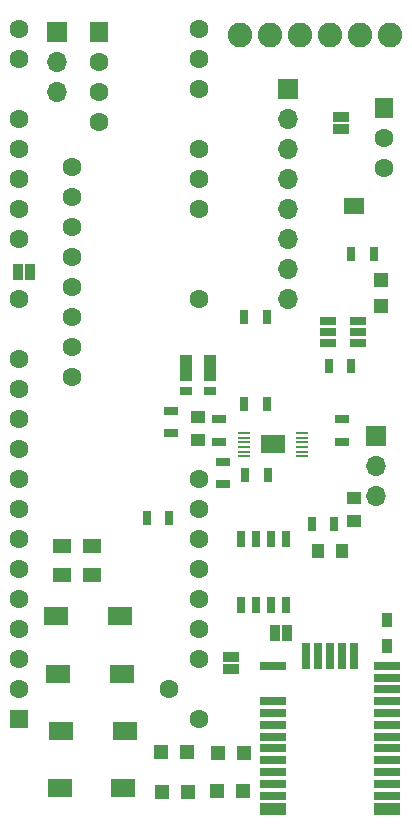
<source format=gts>
G04 #@! TF.GenerationSoftware,KiCad,Pcbnew,(5.0.0)*
G04 #@! TF.CreationDate,2018-08-08T00:15:05-07:00*
G04 #@! TF.ProjectId,GPSLogger,4750534C6F676765722E6B696361645F,rev?*
G04 #@! TF.SameCoordinates,Original*
G04 #@! TF.FileFunction,Soldermask,Top*
G04 #@! TF.FilePolarity,Negative*
%FSLAX46Y46*%
G04 Gerber Fmt 4.6, Leading zero omitted, Abs format (unit mm)*
G04 Created by KiCad (PCBNEW (5.0.0)) date 08/08/18 00:15:05*
%MOMM*%
%LPD*%
G01*
G04 APERTURE LIST*
%ADD10C,1.600000*%
%ADD11R,1.600000X1.600000*%
%ADD12O,1.700000X1.700000*%
%ADD13R,1.700000X1.700000*%
%ADD14R,0.700000X2.300000*%
%ADD15R,2.300000X0.700000*%
%ADD16R,2.300000X1.000000*%
%ADD17R,2.000000X1.600000*%
%ADD18R,1.250000X1.000000*%
%ADD19R,1.000000X1.250000*%
%ADD20R,1.200000X1.200000*%
%ADD21R,0.700000X1.300000*%
%ADD22R,1.300000X0.700000*%
%ADD23R,1.500000X1.250000*%
%ADD24R,0.900000X1.200000*%
%ADD25R,1.600000X1.700000*%
%ADD26R,0.802640X1.402080*%
%ADD27R,1.402080X0.751840*%
%ADD28R,2.000000X1.500000*%
%ADD29R,1.000000X0.150000*%
%ADD30R,1.473200X0.838200*%
%ADD31R,0.838200X1.473200*%
%ADD32C,2.082800*%
%ADD33R,1.000000X2.289000*%
%ADD34R,1.000000X0.762000*%
G04 APERTURE END LIST*
D10*
G04 #@! TO.C,U4*
X99822000Y-79248000D03*
X99822000Y-76708000D03*
X99822000Y-74168000D03*
X99822000Y-71628000D03*
X99822000Y-69088000D03*
X99822000Y-66548000D03*
X99822000Y-64008000D03*
X99822000Y-61468000D03*
G04 #@! TD*
G04 #@! TO.C,U3*
X95380000Y-57410000D03*
X110620000Y-52330000D03*
X110620000Y-49790000D03*
X95380000Y-67570000D03*
X95380000Y-65030000D03*
X95380000Y-62490000D03*
X95380000Y-59950000D03*
X95380000Y-72650000D03*
X95380000Y-52330000D03*
X95380000Y-49790000D03*
X110620000Y-54870000D03*
X110620000Y-59950000D03*
X110620000Y-62490000D03*
X110620000Y-65030000D03*
X95380000Y-77730000D03*
X95380000Y-80270000D03*
X95380000Y-82810000D03*
X95380000Y-85350000D03*
X95380000Y-87890000D03*
X95380000Y-90430000D03*
X95380000Y-92970000D03*
X95380000Y-95510000D03*
X95380000Y-98050000D03*
X95380000Y-100590000D03*
X95380000Y-103130000D03*
X95380000Y-105670000D03*
D11*
X95380000Y-108210000D03*
D10*
X110620000Y-72650000D03*
X110620000Y-87890000D03*
X110620000Y-90430000D03*
X110620000Y-92970000D03*
X110620000Y-95510000D03*
X110620000Y-98050000D03*
X110620000Y-100590000D03*
X110620000Y-103130000D03*
X110620000Y-108210000D03*
X108080000Y-105670000D03*
G04 #@! TD*
D12*
G04 #@! TO.C,DEBUG1*
X98552000Y-55118000D03*
X98552000Y-52578000D03*
D13*
X98552000Y-50038000D03*
G04 #@! TD*
G04 #@! TO.C,J1*
X125603000Y-84201000D03*
D12*
X125603000Y-86741000D03*
X125603000Y-89281000D03*
G04 #@! TD*
D13*
G04 #@! TO.C,EINK1*
X118110000Y-54864000D03*
D12*
X118110000Y-57404000D03*
X118110000Y-59944000D03*
X118110000Y-62484000D03*
X118110000Y-65024000D03*
X118110000Y-67564000D03*
X118110000Y-70104000D03*
X118110000Y-72644000D03*
G04 #@! TD*
D14*
G04 #@! TO.C,U2*
X119692000Y-102870000D03*
X120692000Y-102870000D03*
X121692000Y-102870000D03*
X122692000Y-102870000D03*
X123692000Y-102870000D03*
D15*
X126492000Y-111670000D03*
X126492000Y-112670000D03*
X126492000Y-113670000D03*
X126492000Y-114670000D03*
X126492000Y-109670000D03*
X126492000Y-105670000D03*
D16*
X126492000Y-115770000D03*
D15*
X126492000Y-107670000D03*
X126492000Y-108670000D03*
X126492000Y-110670000D03*
X126492000Y-104670000D03*
X126492000Y-106670000D03*
X126492000Y-103670000D03*
X116892000Y-111670000D03*
X116892000Y-112670000D03*
X116892000Y-113670000D03*
X116892000Y-114670000D03*
D16*
X116892000Y-115820000D03*
D15*
X116892000Y-107670000D03*
X116892000Y-108670000D03*
X116892000Y-109670000D03*
X116892000Y-110670000D03*
X116892000Y-106670000D03*
X116892000Y-103670000D03*
G04 #@! TD*
D17*
G04 #@! TO.C,BTN2*
X98700000Y-104394000D03*
X104100000Y-104394000D03*
G04 #@! TD*
D18*
G04 #@! TO.C,C3*
X110490000Y-84582000D03*
X110490000Y-82582000D03*
G04 #@! TD*
G04 #@! TO.C,C6*
X123698000Y-89440000D03*
X123698000Y-91440000D03*
G04 #@! TD*
D19*
G04 #@! TO.C,C4*
X120700000Y-94000000D03*
X122700000Y-94000000D03*
G04 #@! TD*
D20*
G04 #@! TO.C,D1*
X126000000Y-71000000D03*
X126000000Y-73200000D03*
G04 #@! TD*
D21*
G04 #@! TO.C,R6*
X114432000Y-74168000D03*
X116332000Y-74168000D03*
G04 #@! TD*
D22*
G04 #@! TO.C,R7*
X108204000Y-82108000D03*
X108204000Y-84008000D03*
G04 #@! TD*
D21*
G04 #@! TO.C,R10*
X123500000Y-68800000D03*
X125400000Y-68800000D03*
G04 #@! TD*
D22*
G04 #@! TO.C,R11*
X112600000Y-88300000D03*
X112600000Y-86400000D03*
G04 #@! TD*
D21*
G04 #@! TO.C,R12*
X114500000Y-87500000D03*
X116400000Y-87500000D03*
G04 #@! TD*
D22*
G04 #@! TO.C,R15*
X122682000Y-84704000D03*
X122682000Y-82804000D03*
G04 #@! TD*
G04 #@! TO.C,R9*
X112268000Y-82804000D03*
X112268000Y-84704000D03*
G04 #@! TD*
D21*
G04 #@! TO.C,TH1*
X123500000Y-78300000D03*
X121600000Y-78300000D03*
G04 #@! TD*
G04 #@! TO.C,TH2*
X114432000Y-81534000D03*
X116332000Y-81534000D03*
G04 #@! TD*
D23*
G04 #@! TO.C,C1*
X99000000Y-93500000D03*
X101500000Y-93500000D03*
G04 #@! TD*
G04 #@! TO.C,C2*
X99000000Y-96000000D03*
X101500000Y-96000000D03*
G04 #@! TD*
D20*
G04 #@! TO.C,LED_D2*
X109600000Y-111000000D03*
X107400000Y-111000000D03*
G04 #@! TD*
G04 #@! TO.C,LED_D3*
X114300000Y-114300000D03*
X112100000Y-114300000D03*
G04 #@! TD*
G04 #@! TO.C,LED_D4*
X114400000Y-111100000D03*
X112200000Y-111100000D03*
G04 #@! TD*
D24*
G04 #@! TO.C,R1*
X126500000Y-102000000D03*
X126500000Y-99800000D03*
G04 #@! TD*
D21*
G04 #@! TO.C,R2*
X108100000Y-91200000D03*
X106200000Y-91200000D03*
G04 #@! TD*
D20*
G04 #@! TO.C,LED_D1*
X107500000Y-114400000D03*
X109700000Y-114400000D03*
G04 #@! TD*
D17*
G04 #@! TO.C,BTN1*
X98800000Y-114046000D03*
X104200000Y-114046000D03*
G04 #@! TD*
G04 #@! TO.C,BTN3*
X98900000Y-109220000D03*
X104300000Y-109220000D03*
G04 #@! TD*
G04 #@! TO.C,BTN4*
X98500000Y-99500000D03*
X103900000Y-99500000D03*
G04 #@! TD*
D21*
G04 #@! TO.C,R13*
X120142000Y-91694000D03*
X122042000Y-91694000D03*
G04 #@! TD*
D25*
G04 #@! TO.C,BLE_PWR1*
X126263400Y-56489600D03*
D10*
X126263400Y-59029600D03*
X126263400Y-61569600D03*
G04 #@! TD*
D26*
G04 #@! TO.C,U6*
X118005000Y-98499080D03*
X116735000Y-98499080D03*
X115465000Y-98499080D03*
X114195000Y-98499080D03*
X114195000Y-92900920D03*
X115465000Y-92900920D03*
X116735000Y-92900920D03*
X118005000Y-92900920D03*
G04 #@! TD*
D27*
G04 #@! TO.C,U7*
X124097940Y-74450040D03*
X124097940Y-75400000D03*
X124097940Y-76349960D03*
X121502060Y-76349960D03*
X121502060Y-75400000D03*
X121502060Y-74450040D03*
G04 #@! TD*
D28*
G04 #@! TO.C,U8*
X116900000Y-84900000D03*
D29*
X114400000Y-85950000D03*
X114400000Y-85550000D03*
X114400000Y-85150000D03*
X114400000Y-84750000D03*
X114400000Y-84350000D03*
X114400000Y-83950000D03*
X119300000Y-83950000D03*
X119300000Y-84350000D03*
X119300000Y-84750000D03*
X119300000Y-85150000D03*
X119300000Y-85550000D03*
X119300000Y-85950000D03*
G04 #@! TD*
D30*
G04 #@! TO.C,JP1*
X122605800Y-58242200D03*
X122605800Y-57226200D03*
G04 #@! TD*
D31*
G04 #@! TO.C,JP2*
X118008000Y-100900000D03*
X116992000Y-100900000D03*
G04 #@! TD*
G04 #@! TO.C,JP3*
X96308000Y-70300000D03*
X95292000Y-70300000D03*
G04 #@! TD*
D10*
G04 #@! TO.C,U5*
X102108000Y-55118000D03*
X102108000Y-52578000D03*
D25*
X102108000Y-50038000D03*
D10*
X102108000Y-57658000D03*
G04 #@! TD*
D31*
G04 #@! TO.C,JP4*
X124104400Y-64770000D03*
X123291600Y-64770000D03*
G04 #@! TD*
D30*
G04 #@! TO.C,JP5*
X113300000Y-102898400D03*
X113300000Y-103914400D03*
G04 #@! TD*
D32*
G04 #@! TO.C,BLE1*
X114046000Y-50292000D03*
X116586000Y-50292000D03*
X119126000Y-50292000D03*
X121666000Y-50292000D03*
X124206000Y-50292000D03*
X126746000Y-50292000D03*
G04 #@! TD*
D33*
G04 #@! TO.C,R8*
X109474000Y-78486000D03*
X111494000Y-78486000D03*
D34*
X111494000Y-80407000D03*
X109474000Y-80407000D03*
G04 #@! TD*
M02*

</source>
